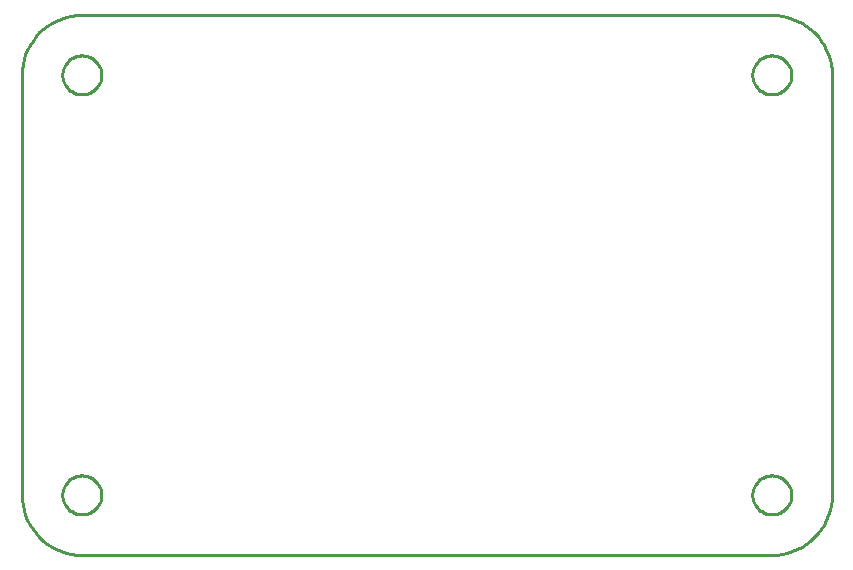
<source format=gbr>
G04 EAGLE Gerber RS-274X export*
G75*
%MOMM*%
%FSLAX34Y34*%
%LPD*%
%IN*%
%IPPOS*%
%AMOC8*
5,1,8,0,0,1.08239X$1,22.5*%
G01*
G04 Define Apertures*
%ADD10C,0.254000*%
D10*
X0Y50800D02*
X193Y46373D01*
X772Y41979D01*
X1731Y37652D01*
X3064Y33425D01*
X4760Y29331D01*
X6806Y25400D01*
X9187Y21662D01*
X11885Y18146D01*
X14879Y14879D01*
X18146Y11885D01*
X21662Y9187D01*
X25400Y6806D01*
X29331Y4760D01*
X33425Y3064D01*
X37652Y1731D01*
X41979Y772D01*
X46373Y193D01*
X50800Y0D01*
X635000Y0D01*
X639428Y193D01*
X643821Y772D01*
X648148Y1731D01*
X652375Y3064D01*
X656469Y4760D01*
X660400Y6806D01*
X664138Y9187D01*
X667654Y11885D01*
X670921Y14879D01*
X673915Y18146D01*
X676613Y21662D01*
X678994Y25400D01*
X681040Y29331D01*
X682736Y33425D01*
X684069Y37652D01*
X685028Y41979D01*
X685607Y46373D01*
X685800Y50800D01*
X685800Y406400D01*
X685607Y410828D01*
X685028Y415221D01*
X684069Y419548D01*
X682736Y423775D01*
X681040Y427869D01*
X678994Y431800D01*
X676613Y435538D01*
X673915Y439054D01*
X670921Y442321D01*
X667654Y445315D01*
X664138Y448013D01*
X660400Y450394D01*
X656469Y452440D01*
X652375Y454136D01*
X648148Y455469D01*
X643821Y456428D01*
X639428Y457007D01*
X635000Y457200D01*
X50800Y457200D01*
X46373Y457007D01*
X41979Y456428D01*
X37652Y455469D01*
X33425Y454136D01*
X29331Y452440D01*
X25400Y450394D01*
X21662Y448013D01*
X18146Y445315D01*
X14879Y442321D01*
X11885Y439054D01*
X9187Y435538D01*
X6806Y431800D01*
X4760Y427869D01*
X3064Y423775D01*
X1731Y419548D01*
X772Y415221D01*
X193Y410828D01*
X0Y406400D01*
X0Y50800D01*
X67310Y50260D02*
X67239Y49181D01*
X67098Y48109D01*
X66887Y47049D01*
X66608Y46005D01*
X66260Y44981D01*
X65846Y43983D01*
X65368Y43013D01*
X64828Y42077D01*
X64227Y41178D01*
X63569Y40321D01*
X62857Y39508D01*
X62092Y38744D01*
X61279Y38031D01*
X60422Y37373D01*
X59523Y36772D01*
X58587Y36232D01*
X57617Y35754D01*
X56619Y35340D01*
X55595Y34992D01*
X54551Y34713D01*
X53491Y34502D01*
X52419Y34361D01*
X51340Y34290D01*
X50260Y34290D01*
X49181Y34361D01*
X48109Y34502D01*
X47049Y34713D01*
X46005Y34992D01*
X44981Y35340D01*
X43983Y35754D01*
X43013Y36232D01*
X42077Y36772D01*
X41178Y37373D01*
X40321Y38031D01*
X39508Y38744D01*
X38744Y39508D01*
X38031Y40321D01*
X37373Y41178D01*
X36772Y42077D01*
X36232Y43013D01*
X35754Y43983D01*
X35340Y44981D01*
X34992Y46005D01*
X34713Y47049D01*
X34502Y48109D01*
X34361Y49181D01*
X34290Y50260D01*
X34290Y51340D01*
X34361Y52419D01*
X34502Y53491D01*
X34713Y54551D01*
X34992Y55595D01*
X35340Y56619D01*
X35754Y57617D01*
X36232Y58587D01*
X36772Y59523D01*
X37373Y60422D01*
X38031Y61279D01*
X38744Y62092D01*
X39508Y62857D01*
X40321Y63569D01*
X41178Y64227D01*
X42077Y64828D01*
X43013Y65368D01*
X43983Y65846D01*
X44981Y66260D01*
X46005Y66608D01*
X47049Y66887D01*
X48109Y67098D01*
X49181Y67239D01*
X50260Y67310D01*
X51340Y67310D01*
X52419Y67239D01*
X53491Y67098D01*
X54551Y66887D01*
X55595Y66608D01*
X56619Y66260D01*
X57617Y65846D01*
X58587Y65368D01*
X59523Y64828D01*
X60422Y64227D01*
X61279Y63569D01*
X62092Y62857D01*
X62857Y62092D01*
X63569Y61279D01*
X64227Y60422D01*
X64828Y59523D01*
X65368Y58587D01*
X65846Y57617D01*
X66260Y56619D01*
X66608Y55595D01*
X66887Y54551D01*
X67098Y53491D01*
X67239Y52419D01*
X67310Y51340D01*
X67310Y50260D01*
X651510Y50260D02*
X651439Y49181D01*
X651298Y48109D01*
X651087Y47049D01*
X650808Y46005D01*
X650460Y44981D01*
X650046Y43983D01*
X649568Y43013D01*
X649028Y42077D01*
X648427Y41178D01*
X647769Y40321D01*
X647057Y39508D01*
X646292Y38744D01*
X645479Y38031D01*
X644622Y37373D01*
X643723Y36772D01*
X642787Y36232D01*
X641817Y35754D01*
X640819Y35340D01*
X639795Y34992D01*
X638751Y34713D01*
X637691Y34502D01*
X636619Y34361D01*
X635540Y34290D01*
X634460Y34290D01*
X633381Y34361D01*
X632309Y34502D01*
X631249Y34713D01*
X630205Y34992D01*
X629181Y35340D01*
X628183Y35754D01*
X627213Y36232D01*
X626277Y36772D01*
X625378Y37373D01*
X624521Y38031D01*
X623708Y38744D01*
X622944Y39508D01*
X622231Y40321D01*
X621573Y41178D01*
X620972Y42077D01*
X620432Y43013D01*
X619954Y43983D01*
X619540Y44981D01*
X619192Y46005D01*
X618913Y47049D01*
X618702Y48109D01*
X618561Y49181D01*
X618490Y50260D01*
X618490Y51340D01*
X618561Y52419D01*
X618702Y53491D01*
X618913Y54551D01*
X619192Y55595D01*
X619540Y56619D01*
X619954Y57617D01*
X620432Y58587D01*
X620972Y59523D01*
X621573Y60422D01*
X622231Y61279D01*
X622944Y62092D01*
X623708Y62857D01*
X624521Y63569D01*
X625378Y64227D01*
X626277Y64828D01*
X627213Y65368D01*
X628183Y65846D01*
X629181Y66260D01*
X630205Y66608D01*
X631249Y66887D01*
X632309Y67098D01*
X633381Y67239D01*
X634460Y67310D01*
X635540Y67310D01*
X636619Y67239D01*
X637691Y67098D01*
X638751Y66887D01*
X639795Y66608D01*
X640819Y66260D01*
X641817Y65846D01*
X642787Y65368D01*
X643723Y64828D01*
X644622Y64227D01*
X645479Y63569D01*
X646292Y62857D01*
X647057Y62092D01*
X647769Y61279D01*
X648427Y60422D01*
X649028Y59523D01*
X649568Y58587D01*
X650046Y57617D01*
X650460Y56619D01*
X650808Y55595D01*
X651087Y54551D01*
X651298Y53491D01*
X651439Y52419D01*
X651510Y51340D01*
X651510Y50260D01*
X651510Y405860D02*
X651439Y404781D01*
X651298Y403709D01*
X651087Y402649D01*
X650808Y401605D01*
X650460Y400581D01*
X650046Y399583D01*
X649568Y398613D01*
X649028Y397677D01*
X648427Y396778D01*
X647769Y395921D01*
X647057Y395108D01*
X646292Y394344D01*
X645479Y393631D01*
X644622Y392973D01*
X643723Y392372D01*
X642787Y391832D01*
X641817Y391354D01*
X640819Y390940D01*
X639795Y390592D01*
X638751Y390313D01*
X637691Y390102D01*
X636619Y389961D01*
X635540Y389890D01*
X634460Y389890D01*
X633381Y389961D01*
X632309Y390102D01*
X631249Y390313D01*
X630205Y390592D01*
X629181Y390940D01*
X628183Y391354D01*
X627213Y391832D01*
X626277Y392372D01*
X625378Y392973D01*
X624521Y393631D01*
X623708Y394344D01*
X622944Y395108D01*
X622231Y395921D01*
X621573Y396778D01*
X620972Y397677D01*
X620432Y398613D01*
X619954Y399583D01*
X619540Y400581D01*
X619192Y401605D01*
X618913Y402649D01*
X618702Y403709D01*
X618561Y404781D01*
X618490Y405860D01*
X618490Y406940D01*
X618561Y408019D01*
X618702Y409091D01*
X618913Y410151D01*
X619192Y411195D01*
X619540Y412219D01*
X619954Y413217D01*
X620432Y414187D01*
X620972Y415123D01*
X621573Y416022D01*
X622231Y416879D01*
X622944Y417692D01*
X623708Y418457D01*
X624521Y419169D01*
X625378Y419827D01*
X626277Y420428D01*
X627213Y420968D01*
X628183Y421446D01*
X629181Y421860D01*
X630205Y422208D01*
X631249Y422487D01*
X632309Y422698D01*
X633381Y422839D01*
X634460Y422910D01*
X635540Y422910D01*
X636619Y422839D01*
X637691Y422698D01*
X638751Y422487D01*
X639795Y422208D01*
X640819Y421860D01*
X641817Y421446D01*
X642787Y420968D01*
X643723Y420428D01*
X644622Y419827D01*
X645479Y419169D01*
X646292Y418457D01*
X647057Y417692D01*
X647769Y416879D01*
X648427Y416022D01*
X649028Y415123D01*
X649568Y414187D01*
X650046Y413217D01*
X650460Y412219D01*
X650808Y411195D01*
X651087Y410151D01*
X651298Y409091D01*
X651439Y408019D01*
X651510Y406940D01*
X651510Y405860D01*
X67310Y405860D02*
X67239Y404781D01*
X67098Y403709D01*
X66887Y402649D01*
X66608Y401605D01*
X66260Y400581D01*
X65846Y399583D01*
X65368Y398613D01*
X64828Y397677D01*
X64227Y396778D01*
X63569Y395921D01*
X62857Y395108D01*
X62092Y394344D01*
X61279Y393631D01*
X60422Y392973D01*
X59523Y392372D01*
X58587Y391832D01*
X57617Y391354D01*
X56619Y390940D01*
X55595Y390592D01*
X54551Y390313D01*
X53491Y390102D01*
X52419Y389961D01*
X51340Y389890D01*
X50260Y389890D01*
X49181Y389961D01*
X48109Y390102D01*
X47049Y390313D01*
X46005Y390592D01*
X44981Y390940D01*
X43983Y391354D01*
X43013Y391832D01*
X42077Y392372D01*
X41178Y392973D01*
X40321Y393631D01*
X39508Y394344D01*
X38744Y395108D01*
X38031Y395921D01*
X37373Y396778D01*
X36772Y397677D01*
X36232Y398613D01*
X35754Y399583D01*
X35340Y400581D01*
X34992Y401605D01*
X34713Y402649D01*
X34502Y403709D01*
X34361Y404781D01*
X34290Y405860D01*
X34290Y406940D01*
X34361Y408019D01*
X34502Y409091D01*
X34713Y410151D01*
X34992Y411195D01*
X35340Y412219D01*
X35754Y413217D01*
X36232Y414187D01*
X36772Y415123D01*
X37373Y416022D01*
X38031Y416879D01*
X38744Y417692D01*
X39508Y418457D01*
X40321Y419169D01*
X41178Y419827D01*
X42077Y420428D01*
X43013Y420968D01*
X43983Y421446D01*
X44981Y421860D01*
X46005Y422208D01*
X47049Y422487D01*
X48109Y422698D01*
X49181Y422839D01*
X50260Y422910D01*
X51340Y422910D01*
X52419Y422839D01*
X53491Y422698D01*
X54551Y422487D01*
X55595Y422208D01*
X56619Y421860D01*
X57617Y421446D01*
X58587Y420968D01*
X59523Y420428D01*
X60422Y419827D01*
X61279Y419169D01*
X62092Y418457D01*
X62857Y417692D01*
X63569Y416879D01*
X64227Y416022D01*
X64828Y415123D01*
X65368Y414187D01*
X65846Y413217D01*
X66260Y412219D01*
X66608Y411195D01*
X66887Y410151D01*
X67098Y409091D01*
X67239Y408019D01*
X67310Y406940D01*
X67310Y405860D01*
M02*

</source>
